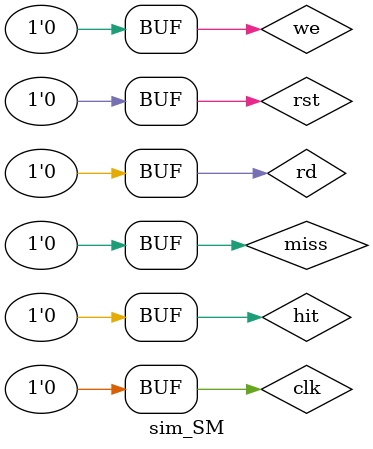
<source format=v>
`timescale 1ns / 1ps


module sim_SM;

	// Inputs
	reg clk;
	reg rd;
	reg hit;
	reg miss;
	reg we;
	reg rst;

	// Outputs
	wire [5:0] state;

	// Instantiate the Unit Under Test (UUT)
	SM uut (
		.clk(clk), 
		.rd(rd), 
		.hit(hit), 
		.miss(miss), 
		.we(we), 
		.rst(rst),
		.state(state)
	);

	initial begin
		// Initialize Inputs
		clk = 0;
		rd = 0;
		hit = 0;
		miss = 0;
		we = 0;
		//sentData = 0;

		// Wait 100 ns for global reset to finish
		#100;
        
		// Add stimulus here
		
		#5
		clk=1;
		#5
		clk=0;
		#5
		clk=1;
		#5
		clk=0;
		#5
		clk=1;
		rd=1;
		#5
		clk=0;
		#5
		clk=1;
		rd=0;
		#5
		clk=0;
		#5
		clk=1;
		#5
		clk=0;
		#5
		clk=1;
		
		#5
		clk=0;
		#5
		clk=1;
		
		#5
		clk=0;
		#5
		clk=1;
		#5
		clk=0;
		#5
		clk=1;
		miss=1;
		#5
		clk=0;
		#5
		clk=1;
		miss=0;
		#5
		clk=0;
		#5
		clk=1;
		we=1;
		#5
		clk=0;
		#5
		clk=1;
		we=0;
		#5
		clk=0;
		#5
		clk=1;
		#5
		clk=0;
		#5
		clk=1;
		#5
		clk=0;
		#5
		clk=1;
		#5
		clk=0;
		#5
		clk=1;
		#5
		clk=0;
		#5
		clk=1;
		rd=1;
		#5
		clk=0;
		#5
		clk=1;
		rd=0;
		#5
		clk=0;
		#5
		clk=1;
		#5
		clk=0;
		#5
		clk=1;
		#5
		clk=0;
		#5
		clk=1;
		#5
		clk=0;
		#5
		clk=1;
		#5
		clk=0;
		#5
		clk=1;
		#5
		clk=0;
		#5
		clk=1;
		rst=1;
		#5
		clk=0;
		#5
		clk=1;
		rst=0;
		#5
		clk=0;
		#5
		clk=1;
		#5
		clk=0;
		#5
		clk=1;
		#5
		clk=0;

	end
      
endmodule


</source>
